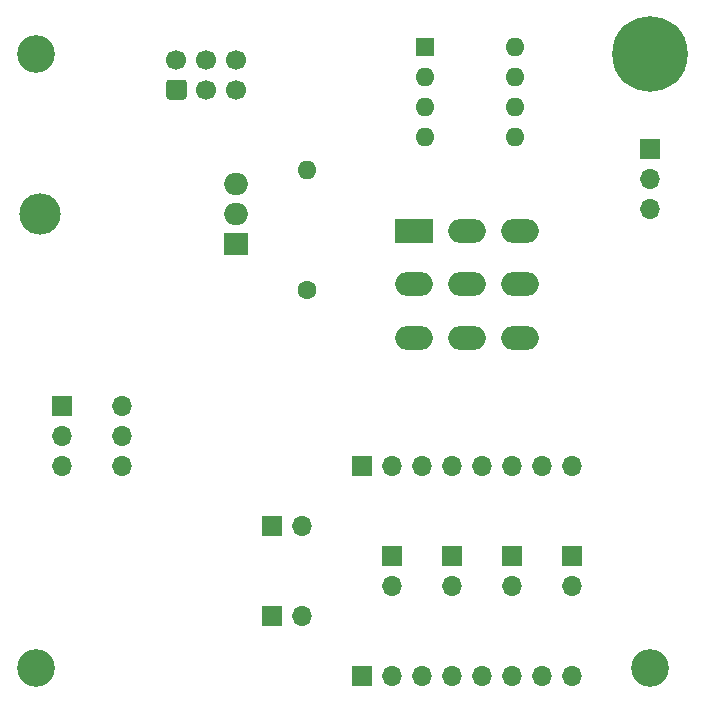
<source format=gbr>
%TF.GenerationSoftware,KiCad,Pcbnew,(5.1.8-0-10_14)*%
%TF.CreationDate,2020-12-10T20:15:51+01:00*%
%TF.ProjectId,tiny-12V-programmer,74696e79-2d31-4325-962d-70726f677261,rev?*%
%TF.SameCoordinates,Original*%
%TF.FileFunction,Soldermask,Bot*%
%TF.FilePolarity,Negative*%
%FSLAX46Y46*%
G04 Gerber Fmt 4.6, Leading zero omitted, Abs format (unit mm)*
G04 Created by KiCad (PCBNEW (5.1.8-0-10_14)) date 2020-12-10 20:15:51*
%MOMM*%
%LPD*%
G01*
G04 APERTURE LIST*
%ADD10O,1.700000X1.700000*%
%ADD11R,1.700000X1.700000*%
%ADD12C,3.200000*%
%ADD13C,6.400000*%
%ADD14O,1.600000X1.600000*%
%ADD15R,1.600000X1.600000*%
%ADD16O,3.200000X2.000000*%
%ADD17R,3.200000X2.000000*%
%ADD18C,1.600000*%
%ADD19O,2.000000X1.905000*%
%ADD20R,2.000000X1.905000*%
%ADD21O,3.500000X3.500000*%
%ADD22C,1.700000*%
G04 APERTURE END LIST*
D10*
%TO.C,J8*%
X126000000Y-67080000D03*
X126000000Y-64540000D03*
D11*
X126000000Y-62000000D03*
%TD*%
D12*
%TO.C,REF\u002A\u002A*%
X126000000Y-106000000D03*
%TD*%
%TO.C,REF\u002A\u002A*%
X74000000Y-106000000D03*
%TD*%
%TO.C,REF\u002A\u002A*%
X74000000Y-54000000D03*
%TD*%
D13*
%TO.C,H1*%
X126000000Y-54000000D03*
%TD*%
D10*
%TO.C,U2*%
X81280000Y-83820000D03*
X81280000Y-88900000D03*
X81280000Y-86360000D03*
X76200000Y-88900000D03*
D11*
X76200000Y-83820000D03*
D10*
X76200000Y-86360000D03*
%TD*%
D14*
%TO.C,U1*%
X114620000Y-53380000D03*
X107000000Y-61000000D03*
X114620000Y-55920000D03*
X107000000Y-58460000D03*
X114620000Y-58460000D03*
X107000000Y-55920000D03*
X114620000Y-61000000D03*
D15*
X107000000Y-53380000D03*
%TD*%
D16*
%TO.C,SW2*%
X110500000Y-69000000D03*
D17*
X106000000Y-69000000D03*
D16*
X115000000Y-69000000D03*
X106000000Y-73500000D03*
X110500000Y-73500000D03*
X115000000Y-73500000D03*
X106000000Y-78000000D03*
X115000000Y-78000000D03*
X110500000Y-78000000D03*
%TD*%
D14*
%TO.C,R3*%
X97000000Y-63840000D03*
D18*
X97000000Y-74000000D03*
%TD*%
D19*
%TO.C,Q1*%
X91000000Y-65000000D03*
X91000000Y-67540000D03*
D20*
X91000000Y-70080000D03*
D21*
X74340000Y-67540000D03*
%TD*%
D10*
%TO.C,J10*%
X119380000Y-106680000D03*
X116840000Y-106680000D03*
X114300000Y-106680000D03*
X111760000Y-106680000D03*
X109220000Y-106680000D03*
X106680000Y-106680000D03*
X104140000Y-106680000D03*
D11*
X101600000Y-106680000D03*
%TD*%
D10*
%TO.C,J9*%
X119380000Y-88900000D03*
X116840000Y-88900000D03*
X114300000Y-88900000D03*
X111760000Y-88900000D03*
X109220000Y-88900000D03*
X106680000Y-88900000D03*
X104140000Y-88900000D03*
D11*
X101600000Y-88900000D03*
%TD*%
D10*
%TO.C,J7*%
X119380000Y-99060000D03*
D11*
X119380000Y-96520000D03*
%TD*%
D10*
%TO.C,J6*%
X114300000Y-99060000D03*
D11*
X114300000Y-96520000D03*
%TD*%
D10*
%TO.C,J5*%
X109220000Y-99060000D03*
D11*
X109220000Y-96520000D03*
%TD*%
D22*
%TO.C,J4*%
X91000000Y-54460000D03*
X88460000Y-54460000D03*
X85920000Y-54460000D03*
X91000000Y-57000000D03*
X88460000Y-57000000D03*
G36*
G01*
X86520000Y-57850000D02*
X85320000Y-57850000D01*
G75*
G02*
X85070000Y-57600000I0J250000D01*
G01*
X85070000Y-56400000D01*
G75*
G02*
X85320000Y-56150000I250000J0D01*
G01*
X86520000Y-56150000D01*
G75*
G02*
X86770000Y-56400000I0J-250000D01*
G01*
X86770000Y-57600000D01*
G75*
G02*
X86520000Y-57850000I-250000J0D01*
G01*
G37*
%TD*%
D10*
%TO.C,J3*%
X104140000Y-99060000D03*
D11*
X104140000Y-96520000D03*
%TD*%
D10*
%TO.C,J2*%
X96520000Y-93980000D03*
D11*
X93980000Y-93980000D03*
%TD*%
D10*
%TO.C,J1*%
X96520000Y-101600000D03*
D11*
X93980000Y-101600000D03*
%TD*%
M02*

</source>
